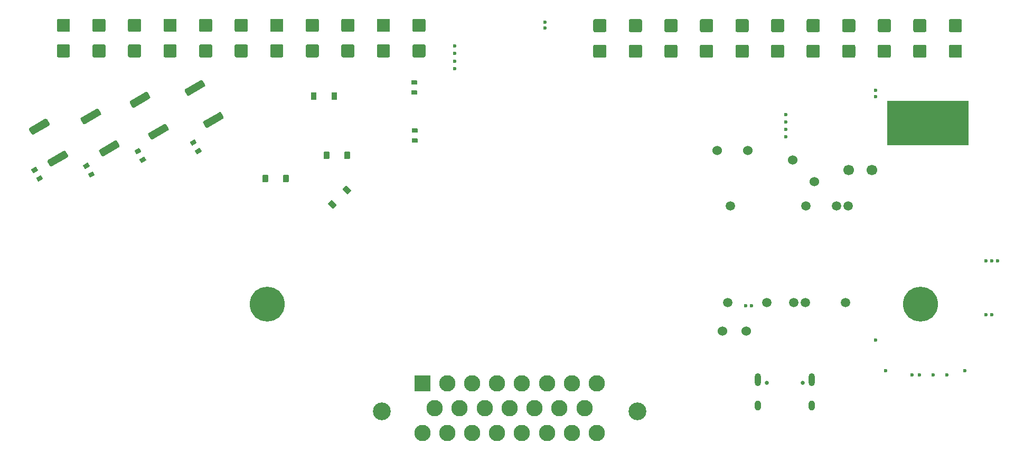
<source format=gbs>
G04 #@! TF.GenerationSoftware,KiCad,Pcbnew,7.0.9-7.0.9~ubuntu22.04.1*
G04 #@! TF.CreationDate,2023-12-31T06:03:24+00:00*
G04 #@! TF.ProjectId,uaeficopiedtovfr,75616566-6963-46f7-9069-6564746f7666,rev?*
G04 #@! TF.SameCoordinates,Original*
G04 #@! TF.FileFunction,Soldermask,Bot*
G04 #@! TF.FilePolarity,Negative*
%FSLAX46Y46*%
G04 Gerber Fmt 4.6, Leading zero omitted, Abs format (unit mm)*
G04 Created by KiCad (PCBNEW 7.0.9-7.0.9~ubuntu22.04.1) date 2023-12-31 06:03:24*
%MOMM*%
%LPD*%
G01*
G04 APERTURE LIST*
%ADD10C,0.120000*%
%ADD11C,1.524000*%
%ADD12C,5.600000*%
%ADD13C,0.600000*%
%ADD14C,0.599999*%
%ADD15C,1.500000*%
%ADD16C,2.850000*%
%ADD17R,2.625000X2.625000*%
%ADD18C,2.625000*%
%ADD19C,1.700000*%
%ADD20C,0.650000*%
%ADD21O,1.000000X2.100000*%
%ADD22O,1.000000X1.600000*%
G04 APERTURE END LIST*
G04 #@! TO.C,U2*
D10*
X153712500Y45175000D02*
X140712500Y45175000D01*
X140712500Y52175000D01*
X153712500Y52175000D01*
X153712500Y45175000D01*
G36*
X153712500Y45175000D02*
G01*
X140712500Y45175000D01*
X140712500Y52175000D01*
X153712500Y52175000D01*
X153712500Y45175000D01*
G37*
G04 #@! TD*
D11*
G04 #@! TO.C,R4*
X118105000Y15275000D03*
X114295000Y15275000D03*
G04 #@! TD*
D12*
G04 #@! TO.C,H2*
X41350000Y19550000D03*
G04 #@! TD*
D13*
G04 #@! TO.C,M2*
X156575002Y26550000D03*
X157525002Y26550000D03*
X158475000Y26550000D03*
X157475002Y17850000D03*
X156575002Y17850000D03*
G04 #@! TD*
G04 #@! TO.C,M3*
X71425000Y59750000D03*
X71425000Y60950000D03*
X71425000Y58550000D03*
X71425000Y57350000D03*
X85850000Y63810000D03*
X85850000Y64810000D03*
G04 #@! TD*
D14*
G04 #@! TO.C,M8*
X138924992Y13775010D03*
X140500006Y8870001D03*
X153204024Y8879064D03*
X144724996Y8200000D03*
X145900000Y8200000D03*
X148074994Y8200000D03*
X150299996Y8200000D03*
G04 #@! TD*
D15*
G04 #@! TO.C,M1*
X134024999Y19800005D03*
X127625002Y19800005D03*
X125724999Y19800005D03*
X121424999Y19800005D03*
D13*
X119025002Y19350006D03*
X118025001Y19350006D03*
D15*
X115174999Y19800005D03*
X134475001Y35300002D03*
X132625002Y35300002D03*
X127674999Y35300002D03*
X115625001Y35300002D03*
G04 #@! TD*
D16*
G04 #@! TO.C,J4*
X59700000Y2400000D03*
X100700000Y2400000D03*
D17*
X66200000Y6900000D03*
D18*
X70200000Y6900000D03*
X74200000Y6900000D03*
X78200000Y6900000D03*
X82200000Y6900000D03*
X86200000Y6900000D03*
X90200000Y6900000D03*
X94200000Y6900000D03*
X68200000Y2900000D03*
X72200000Y2900000D03*
X76200000Y2900000D03*
X80200000Y2900000D03*
X84200000Y2900000D03*
X88200000Y2900000D03*
X92200000Y2900000D03*
X66200000Y-1100000D03*
X70200000Y-1100000D03*
X74200000Y-1100000D03*
X78200000Y-1100000D03*
X82200000Y-1100000D03*
X86200000Y-1100000D03*
X90200000Y-1100000D03*
X94200000Y-1100000D03*
G04 #@! TD*
G04 #@! TO.C,U1*
G36*
G01*
X64625000Y59375001D02*
X64625000Y60974999D01*
G75*
G02*
X64875001Y61225000I250001J0D01*
G01*
X66474999Y61225000D01*
G75*
G02*
X66725000Y60974999I0J-250001D01*
G01*
X66725000Y59375001D01*
G75*
G02*
X66474999Y59125000I-250001J0D01*
G01*
X64875001Y59125000D01*
G75*
G02*
X64625000Y59375001I0J250001D01*
G01*
G37*
G36*
G01*
X58925000Y59375001D02*
X58925000Y60974999D01*
G75*
G02*
X59175001Y61225000I250001J0D01*
G01*
X60774999Y61225000D01*
G75*
G02*
X61025000Y60974999I0J-250001D01*
G01*
X61025000Y59375001D01*
G75*
G02*
X60774999Y59125000I-250001J0D01*
G01*
X59175001Y59125000D01*
G75*
G02*
X58925000Y59375001I0J250001D01*
G01*
G37*
G36*
G01*
X53225000Y59375001D02*
X53225000Y60974999D01*
G75*
G02*
X53475001Y61225000I250001J0D01*
G01*
X55074999Y61225000D01*
G75*
G02*
X55325000Y60974999I0J-250001D01*
G01*
X55325000Y59375001D01*
G75*
G02*
X55074999Y59125000I-250001J0D01*
G01*
X53475001Y59125000D01*
G75*
G02*
X53225000Y59375001I0J250001D01*
G01*
G37*
G36*
G01*
X47525000Y59375001D02*
X47525000Y60974999D01*
G75*
G02*
X47775001Y61225000I250001J0D01*
G01*
X49374999Y61225000D01*
G75*
G02*
X49625000Y60974999I0J-250001D01*
G01*
X49625000Y59375001D01*
G75*
G02*
X49374999Y59125000I-250001J0D01*
G01*
X47775001Y59125000D01*
G75*
G02*
X47525000Y59375001I0J250001D01*
G01*
G37*
G36*
G01*
X41825000Y59375001D02*
X41825000Y60974999D01*
G75*
G02*
X42075001Y61225000I250001J0D01*
G01*
X43674999Y61225000D01*
G75*
G02*
X43925000Y60974999I0J-250001D01*
G01*
X43925000Y59375001D01*
G75*
G02*
X43674999Y59125000I-250001J0D01*
G01*
X42075001Y59125000D01*
G75*
G02*
X41825000Y59375001I0J250001D01*
G01*
G37*
G36*
G01*
X36125000Y59375001D02*
X36125000Y60974999D01*
G75*
G02*
X36375001Y61225000I250001J0D01*
G01*
X37974999Y61225000D01*
G75*
G02*
X38225000Y60974999I0J-250001D01*
G01*
X38225000Y59375001D01*
G75*
G02*
X37974999Y59125000I-250001J0D01*
G01*
X36375001Y59125000D01*
G75*
G02*
X36125000Y59375001I0J250001D01*
G01*
G37*
G36*
G01*
X30425000Y59375001D02*
X30425000Y60974999D01*
G75*
G02*
X30675001Y61225000I250001J0D01*
G01*
X32274999Y61225000D01*
G75*
G02*
X32525000Y60974999I0J-250001D01*
G01*
X32525000Y59375001D01*
G75*
G02*
X32274999Y59125000I-250001J0D01*
G01*
X30675001Y59125000D01*
G75*
G02*
X30425000Y59375001I0J250001D01*
G01*
G37*
G36*
G01*
X24725000Y59375001D02*
X24725000Y60974999D01*
G75*
G02*
X24975001Y61225000I250001J0D01*
G01*
X26574999Y61225000D01*
G75*
G02*
X26825000Y60974999I0J-250001D01*
G01*
X26825000Y59375001D01*
G75*
G02*
X26574999Y59125000I-250001J0D01*
G01*
X24975001Y59125000D01*
G75*
G02*
X24725000Y59375001I0J250001D01*
G01*
G37*
G36*
G01*
X19025000Y59375001D02*
X19025000Y60974999D01*
G75*
G02*
X19275001Y61225000I250001J0D01*
G01*
X20874999Y61225000D01*
G75*
G02*
X21125000Y60974999I0J-250001D01*
G01*
X21125000Y59375001D01*
G75*
G02*
X20874999Y59125000I-250001J0D01*
G01*
X19275001Y59125000D01*
G75*
G02*
X19025000Y59375001I0J250001D01*
G01*
G37*
G36*
G01*
X13325000Y59375001D02*
X13325000Y60974999D01*
G75*
G02*
X13575001Y61225000I250001J0D01*
G01*
X15174999Y61225000D01*
G75*
G02*
X15425000Y60974999I0J-250001D01*
G01*
X15425000Y59375001D01*
G75*
G02*
X15174999Y59125000I-250001J0D01*
G01*
X13575001Y59125000D01*
G75*
G02*
X13325000Y59375001I0J250001D01*
G01*
G37*
G36*
G01*
X7625000Y59375001D02*
X7625000Y60974999D01*
G75*
G02*
X7875001Y61225000I250001J0D01*
G01*
X9474999Y61225000D01*
G75*
G02*
X9725000Y60974999I0J-250001D01*
G01*
X9725000Y59375001D01*
G75*
G02*
X9474999Y59125000I-250001J0D01*
G01*
X7875001Y59125000D01*
G75*
G02*
X7625000Y59375001I0J250001D01*
G01*
G37*
G36*
G01*
X64625000Y63475001D02*
X64625000Y65074999D01*
G75*
G02*
X64875001Y65325000I250001J0D01*
G01*
X66474999Y65325000D01*
G75*
G02*
X66725000Y65074999I0J-250001D01*
G01*
X66725000Y63475001D01*
G75*
G02*
X66474999Y63225000I-250001J0D01*
G01*
X64875001Y63225000D01*
G75*
G02*
X64625000Y63475001I0J250001D01*
G01*
G37*
G36*
G01*
X58925000Y63475001D02*
X58925000Y65074999D01*
G75*
G02*
X59175001Y65325000I250001J0D01*
G01*
X60774999Y65325000D01*
G75*
G02*
X61025000Y65074999I0J-250001D01*
G01*
X61025000Y63475001D01*
G75*
G02*
X60774999Y63225000I-250001J0D01*
G01*
X59175001Y63225000D01*
G75*
G02*
X58925000Y63475001I0J250001D01*
G01*
G37*
G36*
G01*
X53225000Y63475001D02*
X53225000Y65074999D01*
G75*
G02*
X53475001Y65325000I250001J0D01*
G01*
X55074999Y65325000D01*
G75*
G02*
X55325000Y65074999I0J-250001D01*
G01*
X55325000Y63475001D01*
G75*
G02*
X55074999Y63225000I-250001J0D01*
G01*
X53475001Y63225000D01*
G75*
G02*
X53225000Y63475001I0J250001D01*
G01*
G37*
G36*
G01*
X47525000Y63475001D02*
X47525000Y65074999D01*
G75*
G02*
X47775001Y65325000I250001J0D01*
G01*
X49374999Y65325000D01*
G75*
G02*
X49625000Y65074999I0J-250001D01*
G01*
X49625000Y63475001D01*
G75*
G02*
X49374999Y63225000I-250001J0D01*
G01*
X47775001Y63225000D01*
G75*
G02*
X47525000Y63475001I0J250001D01*
G01*
G37*
G36*
G01*
X41825000Y63475001D02*
X41825000Y65074999D01*
G75*
G02*
X42075001Y65325000I250001J0D01*
G01*
X43674999Y65325000D01*
G75*
G02*
X43925000Y65074999I0J-250001D01*
G01*
X43925000Y63475001D01*
G75*
G02*
X43674999Y63225000I-250001J0D01*
G01*
X42075001Y63225000D01*
G75*
G02*
X41825000Y63475001I0J250001D01*
G01*
G37*
G36*
G01*
X36125000Y63475001D02*
X36125000Y65074999D01*
G75*
G02*
X36375001Y65325000I250001J0D01*
G01*
X37974999Y65325000D01*
G75*
G02*
X38225000Y65074999I0J-250001D01*
G01*
X38225000Y63475001D01*
G75*
G02*
X37974999Y63225000I-250001J0D01*
G01*
X36375001Y63225000D01*
G75*
G02*
X36125000Y63475001I0J250001D01*
G01*
G37*
G36*
G01*
X30425000Y63475001D02*
X30425000Y65074999D01*
G75*
G02*
X30675001Y65325000I250001J0D01*
G01*
X32274999Y65325000D01*
G75*
G02*
X32525000Y65074999I0J-250001D01*
G01*
X32525000Y63475001D01*
G75*
G02*
X32274999Y63225000I-250001J0D01*
G01*
X30675001Y63225000D01*
G75*
G02*
X30425000Y63475001I0J250001D01*
G01*
G37*
G36*
G01*
X24725000Y63475001D02*
X24725000Y65074999D01*
G75*
G02*
X24975001Y65325000I250001J0D01*
G01*
X26574999Y65325000D01*
G75*
G02*
X26825000Y65074999I0J-250001D01*
G01*
X26825000Y63475001D01*
G75*
G02*
X26574999Y63225000I-250001J0D01*
G01*
X24975001Y63225000D01*
G75*
G02*
X24725000Y63475001I0J250001D01*
G01*
G37*
G36*
G01*
X19025000Y63475001D02*
X19025000Y65074999D01*
G75*
G02*
X19275001Y65325000I250001J0D01*
G01*
X20874999Y65325000D01*
G75*
G02*
X21125000Y65074999I0J-250001D01*
G01*
X21125000Y63475001D01*
G75*
G02*
X20874999Y63225000I-250001J0D01*
G01*
X19275001Y63225000D01*
G75*
G02*
X19025000Y63475001I0J250001D01*
G01*
G37*
G36*
G01*
X13325000Y63475001D02*
X13325000Y65074999D01*
G75*
G02*
X13575001Y65325000I250001J0D01*
G01*
X15174999Y65325000D01*
G75*
G02*
X15425000Y65074999I0J-250001D01*
G01*
X15425000Y63475001D01*
G75*
G02*
X15174999Y63225000I-250001J0D01*
G01*
X13575001Y63225000D01*
G75*
G02*
X13325000Y63475001I0J250001D01*
G01*
G37*
G36*
G01*
X7625000Y63475001D02*
X7625000Y65074999D01*
G75*
G02*
X7875001Y65325000I250001J0D01*
G01*
X9474999Y65325000D01*
G75*
G02*
X9725000Y65074999I0J-250001D01*
G01*
X9725000Y63475001D01*
G75*
G02*
X9474999Y63225000I-250001J0D01*
G01*
X7875001Y63225000D01*
G75*
G02*
X7625000Y63475001I0J250001D01*
G01*
G37*
G36*
G01*
X150625000Y59325001D02*
X150625000Y60924999D01*
G75*
G02*
X150875001Y61175000I250001J0D01*
G01*
X152474999Y61175000D01*
G75*
G02*
X152725000Y60924999I0J-250001D01*
G01*
X152725000Y59325001D01*
G75*
G02*
X152474999Y59075000I-250001J0D01*
G01*
X150875001Y59075000D01*
G75*
G02*
X150625000Y59325001I0J250001D01*
G01*
G37*
G36*
G01*
X144925000Y59325001D02*
X144925000Y60924999D01*
G75*
G02*
X145175001Y61175000I250001J0D01*
G01*
X146774999Y61175000D01*
G75*
G02*
X147025000Y60924999I0J-250001D01*
G01*
X147025000Y59325001D01*
G75*
G02*
X146774999Y59075000I-250001J0D01*
G01*
X145175001Y59075000D01*
G75*
G02*
X144925000Y59325001I0J250001D01*
G01*
G37*
G36*
G01*
X139225000Y59325001D02*
X139225000Y60924999D01*
G75*
G02*
X139475001Y61175000I250001J0D01*
G01*
X141074999Y61175000D01*
G75*
G02*
X141325000Y60924999I0J-250001D01*
G01*
X141325000Y59325001D01*
G75*
G02*
X141074999Y59075000I-250001J0D01*
G01*
X139475001Y59075000D01*
G75*
G02*
X139225000Y59325001I0J250001D01*
G01*
G37*
G36*
G01*
X133525000Y59325001D02*
X133525000Y60924999D01*
G75*
G02*
X133775001Y61175000I250001J0D01*
G01*
X135374999Y61175000D01*
G75*
G02*
X135625000Y60924999I0J-250001D01*
G01*
X135625000Y59325001D01*
G75*
G02*
X135374999Y59075000I-250001J0D01*
G01*
X133775001Y59075000D01*
G75*
G02*
X133525000Y59325001I0J250001D01*
G01*
G37*
G36*
G01*
X127825000Y59325001D02*
X127825000Y60924999D01*
G75*
G02*
X128075001Y61175000I250001J0D01*
G01*
X129674999Y61175000D01*
G75*
G02*
X129925000Y60924999I0J-250001D01*
G01*
X129925000Y59325001D01*
G75*
G02*
X129674999Y59075000I-250001J0D01*
G01*
X128075001Y59075000D01*
G75*
G02*
X127825000Y59325001I0J250001D01*
G01*
G37*
G36*
G01*
X122125000Y59325001D02*
X122125000Y60924999D01*
G75*
G02*
X122375001Y61175000I250001J0D01*
G01*
X123974999Y61175000D01*
G75*
G02*
X124225000Y60924999I0J-250001D01*
G01*
X124225000Y59325001D01*
G75*
G02*
X123974999Y59075000I-250001J0D01*
G01*
X122375001Y59075000D01*
G75*
G02*
X122125000Y59325001I0J250001D01*
G01*
G37*
G36*
G01*
X116425000Y59325001D02*
X116425000Y60924999D01*
G75*
G02*
X116675001Y61175000I250001J0D01*
G01*
X118274999Y61175000D01*
G75*
G02*
X118525000Y60924999I0J-250001D01*
G01*
X118525000Y59325001D01*
G75*
G02*
X118274999Y59075000I-250001J0D01*
G01*
X116675001Y59075000D01*
G75*
G02*
X116425000Y59325001I0J250001D01*
G01*
G37*
G36*
G01*
X110725000Y59325001D02*
X110725000Y60924999D01*
G75*
G02*
X110975001Y61175000I250001J0D01*
G01*
X112574999Y61175000D01*
G75*
G02*
X112825000Y60924999I0J-250001D01*
G01*
X112825000Y59325001D01*
G75*
G02*
X112574999Y59075000I-250001J0D01*
G01*
X110975001Y59075000D01*
G75*
G02*
X110725000Y59325001I0J250001D01*
G01*
G37*
G36*
G01*
X105025000Y59325001D02*
X105025000Y60924999D01*
G75*
G02*
X105275001Y61175000I250001J0D01*
G01*
X106874999Y61175000D01*
G75*
G02*
X107125000Y60924999I0J-250001D01*
G01*
X107125000Y59325001D01*
G75*
G02*
X106874999Y59075000I-250001J0D01*
G01*
X105275001Y59075000D01*
G75*
G02*
X105025000Y59325001I0J250001D01*
G01*
G37*
G36*
G01*
X99325000Y59325001D02*
X99325000Y60924999D01*
G75*
G02*
X99575001Y61175000I250001J0D01*
G01*
X101174999Y61175000D01*
G75*
G02*
X101425000Y60924999I0J-250001D01*
G01*
X101425000Y59325001D01*
G75*
G02*
X101174999Y59075000I-250001J0D01*
G01*
X99575001Y59075000D01*
G75*
G02*
X99325000Y59325001I0J250001D01*
G01*
G37*
G36*
G01*
X93625000Y59325001D02*
X93625000Y60924999D01*
G75*
G02*
X93875001Y61175000I250001J0D01*
G01*
X95474999Y61175000D01*
G75*
G02*
X95725000Y60924999I0J-250001D01*
G01*
X95725000Y59325001D01*
G75*
G02*
X95474999Y59075000I-250001J0D01*
G01*
X93875001Y59075000D01*
G75*
G02*
X93625000Y59325001I0J250001D01*
G01*
G37*
G36*
G01*
X150625000Y63425001D02*
X150625000Y65024999D01*
G75*
G02*
X150875001Y65275000I250001J0D01*
G01*
X152474999Y65275000D01*
G75*
G02*
X152725000Y65024999I0J-250001D01*
G01*
X152725000Y63425001D01*
G75*
G02*
X152474999Y63175000I-250001J0D01*
G01*
X150875001Y63175000D01*
G75*
G02*
X150625000Y63425001I0J250001D01*
G01*
G37*
G36*
G01*
X144925000Y63425001D02*
X144925000Y65024999D01*
G75*
G02*
X145175001Y65275000I250001J0D01*
G01*
X146774999Y65275000D01*
G75*
G02*
X147025000Y65024999I0J-250001D01*
G01*
X147025000Y63425001D01*
G75*
G02*
X146774999Y63175000I-250001J0D01*
G01*
X145175001Y63175000D01*
G75*
G02*
X144925000Y63425001I0J250001D01*
G01*
G37*
G36*
G01*
X139225000Y63425001D02*
X139225000Y65024999D01*
G75*
G02*
X139475001Y65275000I250001J0D01*
G01*
X141074999Y65275000D01*
G75*
G02*
X141325000Y65024999I0J-250001D01*
G01*
X141325000Y63425001D01*
G75*
G02*
X141074999Y63175000I-250001J0D01*
G01*
X139475001Y63175000D01*
G75*
G02*
X139225000Y63425001I0J250001D01*
G01*
G37*
G36*
G01*
X133525000Y63425001D02*
X133525000Y65024999D01*
G75*
G02*
X133775001Y65275000I250001J0D01*
G01*
X135374999Y65275000D01*
G75*
G02*
X135625000Y65024999I0J-250001D01*
G01*
X135625000Y63425001D01*
G75*
G02*
X135374999Y63175000I-250001J0D01*
G01*
X133775001Y63175000D01*
G75*
G02*
X133525000Y63425001I0J250001D01*
G01*
G37*
G36*
G01*
X127825000Y63425001D02*
X127825000Y65024999D01*
G75*
G02*
X128075001Y65275000I250001J0D01*
G01*
X129674999Y65275000D01*
G75*
G02*
X129925000Y65024999I0J-250001D01*
G01*
X129925000Y63425001D01*
G75*
G02*
X129674999Y63175000I-250001J0D01*
G01*
X128075001Y63175000D01*
G75*
G02*
X127825000Y63425001I0J250001D01*
G01*
G37*
G36*
G01*
X122125000Y63425001D02*
X122125000Y65024999D01*
G75*
G02*
X122375001Y65275000I250001J0D01*
G01*
X123974999Y65275000D01*
G75*
G02*
X124225000Y65024999I0J-250001D01*
G01*
X124225000Y63425001D01*
G75*
G02*
X123974999Y63175000I-250001J0D01*
G01*
X122375001Y63175000D01*
G75*
G02*
X122125000Y63425001I0J250001D01*
G01*
G37*
G36*
G01*
X116425000Y63425001D02*
X116425000Y65024999D01*
G75*
G02*
X116675001Y65275000I250001J0D01*
G01*
X118274999Y65275000D01*
G75*
G02*
X118525000Y65024999I0J-250001D01*
G01*
X118525000Y63425001D01*
G75*
G02*
X118274999Y63175000I-250001J0D01*
G01*
X116675001Y63175000D01*
G75*
G02*
X116425000Y63425001I0J250001D01*
G01*
G37*
G36*
G01*
X110725000Y63425001D02*
X110725000Y65024999D01*
G75*
G02*
X110975001Y65275000I250001J0D01*
G01*
X112574999Y65275000D01*
G75*
G02*
X112825000Y65024999I0J-250001D01*
G01*
X112825000Y63425001D01*
G75*
G02*
X112574999Y63175000I-250001J0D01*
G01*
X110975001Y63175000D01*
G75*
G02*
X110725000Y63425001I0J250001D01*
G01*
G37*
G36*
G01*
X105025000Y63425001D02*
X105025000Y65024999D01*
G75*
G02*
X105275001Y65275000I250001J0D01*
G01*
X106874999Y65275000D01*
G75*
G02*
X107125000Y65024999I0J-250001D01*
G01*
X107125000Y63425001D01*
G75*
G02*
X106874999Y63175000I-250001J0D01*
G01*
X105275001Y63175000D01*
G75*
G02*
X105025000Y63425001I0J250001D01*
G01*
G37*
G36*
G01*
X99325000Y63425001D02*
X99325000Y65024999D01*
G75*
G02*
X99575001Y65275000I250001J0D01*
G01*
X101174999Y65275000D01*
G75*
G02*
X101425000Y65024999I0J-250001D01*
G01*
X101425000Y63425001D01*
G75*
G02*
X101174999Y63175000I-250001J0D01*
G01*
X99575001Y63175000D01*
G75*
G02*
X99325000Y63425001I0J250001D01*
G01*
G37*
G36*
G01*
X93625000Y63425001D02*
X93625000Y65024999D01*
G75*
G02*
X93875001Y65275000I250001J0D01*
G01*
X95474999Y65275000D01*
G75*
G02*
X95725000Y65024999I0J-250001D01*
G01*
X95725000Y63425001D01*
G75*
G02*
X95474999Y63175000I-250001J0D01*
G01*
X93875001Y63175000D01*
G75*
G02*
X93625000Y63425001I0J250001D01*
G01*
G37*
G04 #@! TD*
D13*
G04 #@! TO.C,M4*
X124475000Y48800000D03*
X124475000Y50000000D03*
X124475000Y47600000D03*
X124475000Y46400000D03*
X138900000Y52860000D03*
X138900000Y53860000D03*
G04 #@! TD*
D19*
G04 #@! TO.C,P3*
X134550000Y41075000D03*
G04 #@! TD*
D20*
G04 #@! TO.C,J9*
X121460000Y6955000D03*
X127240000Y6955000D03*
D21*
X120030000Y7455000D03*
D22*
X120030000Y3275000D03*
D21*
X128670000Y7455000D03*
D22*
X128670000Y3275000D03*
G04 #@! TD*
D12*
G04 #@! TO.C,H1*
X146050000Y19550000D03*
G04 #@! TD*
D19*
G04 #@! TO.C,P4*
X138330000Y41075000D03*
G04 #@! TD*
D11*
G04 #@! TO.C,F2*
X113500000Y44175000D03*
X118400000Y44175000D03*
G04 #@! TD*
G04 #@! TO.C,F1*
X125567588Y42707412D03*
X129032412Y39242588D03*
G04 #@! TD*
G04 #@! TO.C,R14*
G36*
G01*
X25446586Y47392646D02*
X22978414Y45967646D01*
G75*
G02*
X22636908Y46059152I-125000J216506D01*
G01*
X22274408Y46687020D01*
G75*
G02*
X22365914Y47028526I216506J125000D01*
G01*
X24834086Y48453526D01*
G75*
G02*
X25175592Y48362020I125000J-216506D01*
G01*
X25538092Y47734152D01*
G75*
G02*
X25446586Y47392646I-216506J-125000D01*
G01*
G37*
G36*
G01*
X22484086Y52523846D02*
X20015914Y51098846D01*
G75*
G02*
X19674408Y51190352I-125000J216506D01*
G01*
X19311908Y51818220D01*
G75*
G02*
X19403414Y52159726I216506J125000D01*
G01*
X21871586Y53584726D01*
G75*
G02*
X22213092Y53493220I125000J-216506D01*
G01*
X22575592Y52865352D01*
G75*
G02*
X22484086Y52523846I-216506J-125000D01*
G01*
G37*
G04 #@! TD*
G04 #@! TO.C,R12*
G36*
G01*
X34254775Y49279553D02*
X31786603Y47854553D01*
G75*
G02*
X31445097Y47946059I-125000J216506D01*
G01*
X31082597Y48573927D01*
G75*
G02*
X31174103Y48915433I216506J125000D01*
G01*
X33642275Y50340433D01*
G75*
G02*
X33983781Y50248927I125000J-216506D01*
G01*
X34346281Y49621059D01*
G75*
G02*
X34254775Y49279553I-216506J-125000D01*
G01*
G37*
G36*
G01*
X31292275Y54410753D02*
X28824103Y52985753D01*
G75*
G02*
X28482597Y53077259I-125000J216506D01*
G01*
X28120097Y53705127D01*
G75*
G02*
X28211603Y54046633I216506J125000D01*
G01*
X30679775Y55471633D01*
G75*
G02*
X31021281Y55380127I125000J-216506D01*
G01*
X31383781Y54752259D01*
G75*
G02*
X31292275Y54410753I-216506J-125000D01*
G01*
G37*
G04 #@! TD*
G04 #@! TO.C,R15*
G36*
G01*
X13662750Y40249071D02*
X12987250Y39859071D01*
G75*
G02*
X12891628Y39884693I-35000J60622D01*
G01*
X12611628Y40369667D01*
G75*
G02*
X12637250Y40465289I60622J35000D01*
G01*
X13312750Y40855289D01*
G75*
G02*
X13408372Y40829667I35000J-60622D01*
G01*
X13688372Y40344693D01*
G75*
G02*
X13662750Y40249071I-60622J-35000D01*
G01*
G37*
G36*
G01*
X12862750Y41634711D02*
X12187250Y41244711D01*
G75*
G02*
X12091628Y41270333I-35000J60622D01*
G01*
X11811628Y41755307D01*
G75*
G02*
X11837250Y41850929I60622J35000D01*
G01*
X12512750Y42240929D01*
G75*
G02*
X12608372Y42215307I35000J-60622D01*
G01*
X12888372Y41730333D01*
G75*
G02*
X12862750Y41634711I-60622J-35000D01*
G01*
G37*
G04 #@! TD*
G04 #@! TO.C,D2*
G36*
G01*
X52545000Y53435000D02*
X52545000Y52415000D01*
G75*
G02*
X52455000Y52325000I-90000J0D01*
G01*
X51735000Y52325000D01*
G75*
G02*
X51645000Y52415000I0J90000D01*
G01*
X51645000Y53435000D01*
G75*
G02*
X51735000Y53525000I90000J0D01*
G01*
X52455000Y53525000D01*
G75*
G02*
X52545000Y53435000I0J-90000D01*
G01*
G37*
G36*
G01*
X49245000Y53435000D02*
X49245000Y52415000D01*
G75*
G02*
X49155000Y52325000I-90000J0D01*
G01*
X48435000Y52325000D01*
G75*
G02*
X48345000Y52415000I0J90000D01*
G01*
X48345000Y53435000D01*
G75*
G02*
X48435000Y53525000I90000J0D01*
G01*
X49155000Y53525000D01*
G75*
G02*
X49245000Y53435000I0J-90000D01*
G01*
G37*
G04 #@! TD*
G04 #@! TO.C,D5*
G36*
G01*
X54062168Y38558417D02*
X54783417Y37837168D01*
G75*
G02*
X54783417Y37709888I-63640J-63640D01*
G01*
X54274300Y37200771D01*
G75*
G02*
X54147020Y37200771I-63640J63640D01*
G01*
X53425771Y37922020D01*
G75*
G02*
X53425771Y38049300I63640J63640D01*
G01*
X53934888Y38558417D01*
G75*
G02*
X54062168Y38558417I63640J-63640D01*
G01*
G37*
G36*
G01*
X51728716Y36224965D02*
X52449965Y35503716D01*
G75*
G02*
X52449965Y35376436I-63640J-63640D01*
G01*
X51940848Y34867319D01*
G75*
G02*
X51813568Y34867319I-63640J63640D01*
G01*
X51092319Y35588568D01*
G75*
G02*
X51092319Y35715848I63640J63640D01*
G01*
X51601436Y36224965D01*
G75*
G02*
X51728716Y36224965I63640J-63640D01*
G01*
G37*
G04 #@! TD*
G04 #@! TO.C,R30*
G36*
G01*
X65290000Y53150000D02*
X64510000Y53150000D01*
G75*
G02*
X64440000Y53220000I0J70000D01*
G01*
X64440000Y53780000D01*
G75*
G02*
X64510000Y53850000I70000J0D01*
G01*
X65290000Y53850000D01*
G75*
G02*
X65360000Y53780000I0J-70000D01*
G01*
X65360000Y53220000D01*
G75*
G02*
X65290000Y53150000I-70000J0D01*
G01*
G37*
G36*
G01*
X65290000Y54750000D02*
X64510000Y54750000D01*
G75*
G02*
X64440000Y54820000I0J70000D01*
G01*
X64440000Y55380000D01*
G75*
G02*
X64510000Y55450000I70000J0D01*
G01*
X65290000Y55450000D01*
G75*
G02*
X65360000Y55380000I0J-70000D01*
G01*
X65360000Y54820000D01*
G75*
G02*
X65290000Y54750000I-70000J0D01*
G01*
G37*
G04 #@! TD*
G04 #@! TO.C,R9*
G36*
G01*
X30812750Y43999071D02*
X30137250Y43609071D01*
G75*
G02*
X30041628Y43634693I-35000J60622D01*
G01*
X29761628Y44119667D01*
G75*
G02*
X29787250Y44215289I60622J35000D01*
G01*
X30462750Y44605289D01*
G75*
G02*
X30558372Y44579667I35000J-60622D01*
G01*
X30838372Y44094693D01*
G75*
G02*
X30812750Y43999071I-60622J-35000D01*
G01*
G37*
G36*
G01*
X30012750Y45384711D02*
X29337250Y44994711D01*
G75*
G02*
X29241628Y45020333I-35000J60622D01*
G01*
X28961628Y45505307D01*
G75*
G02*
X28987250Y45600929I60622J35000D01*
G01*
X29662750Y45990929D01*
G75*
G02*
X29758372Y45965307I35000J-60622D01*
G01*
X30038372Y45480333D01*
G75*
G02*
X30012750Y45384711I-60622J-35000D01*
G01*
G37*
G04 #@! TD*
G04 #@! TO.C,R18*
G36*
G01*
X17571586Y44716460D02*
X15103414Y43291460D01*
G75*
G02*
X14761908Y43382966I-125000J216506D01*
G01*
X14399408Y44010834D01*
G75*
G02*
X14490914Y44352340I216506J125000D01*
G01*
X16959086Y45777340D01*
G75*
G02*
X17300592Y45685834I125000J-216506D01*
G01*
X17663092Y45057966D01*
G75*
G02*
X17571586Y44716460I-216506J-125000D01*
G01*
G37*
G36*
G01*
X14609086Y49847660D02*
X12140914Y48422660D01*
G75*
G02*
X11799408Y48514166I-125000J216506D01*
G01*
X11436908Y49142034D01*
G75*
G02*
X11528414Y49483540I216506J125000D01*
G01*
X13996586Y50908540D01*
G75*
G02*
X14338092Y50817034I125000J-216506D01*
G01*
X14700592Y50189166D01*
G75*
G02*
X14609086Y49847660I-216506J-125000D01*
G01*
G37*
G04 #@! TD*
G04 #@! TO.C,R29*
G36*
G01*
X65390000Y45450000D02*
X64610000Y45450000D01*
G75*
G02*
X64540000Y45520000I0J70000D01*
G01*
X64540000Y46080000D01*
G75*
G02*
X64610000Y46150000I70000J0D01*
G01*
X65390000Y46150000D01*
G75*
G02*
X65460000Y46080000I0J-70000D01*
G01*
X65460000Y45520000D01*
G75*
G02*
X65390000Y45450000I-70000J0D01*
G01*
G37*
G36*
G01*
X65390000Y47050000D02*
X64610000Y47050000D01*
G75*
G02*
X64540000Y47120000I0J70000D01*
G01*
X64540000Y47680000D01*
G75*
G02*
X64610000Y47750000I70000J0D01*
G01*
X65390000Y47750000D01*
G75*
G02*
X65460000Y47680000I0J-70000D01*
G01*
X65460000Y47120000D01*
G75*
G02*
X65390000Y47050000I-70000J0D01*
G01*
G37*
G04 #@! TD*
G04 #@! TO.C,D3*
G36*
G01*
X54600000Y43935000D02*
X54600000Y42915000D01*
G75*
G02*
X54510000Y42825000I-90000J0D01*
G01*
X53790000Y42825000D01*
G75*
G02*
X53700000Y42915000I0J90000D01*
G01*
X53700000Y43935000D01*
G75*
G02*
X53790000Y44025000I90000J0D01*
G01*
X54510000Y44025000D01*
G75*
G02*
X54600000Y43935000I0J-90000D01*
G01*
G37*
G36*
G01*
X51300000Y43935000D02*
X51300000Y42915000D01*
G75*
G02*
X51210000Y42825000I-90000J0D01*
G01*
X50490000Y42825000D01*
G75*
G02*
X50400000Y42915000I0J90000D01*
G01*
X50400000Y43935000D01*
G75*
G02*
X50490000Y44025000I90000J0D01*
G01*
X51210000Y44025000D01*
G75*
G02*
X51300000Y43935000I0J-90000D01*
G01*
G37*
G04 #@! TD*
G04 #@! TO.C,D4*
G36*
G01*
X44795000Y40210000D02*
X44795000Y39190000D01*
G75*
G02*
X44705000Y39100000I-90000J0D01*
G01*
X43985000Y39100000D01*
G75*
G02*
X43895000Y39190000I0J90000D01*
G01*
X43895000Y40210000D01*
G75*
G02*
X43985000Y40300000I90000J0D01*
G01*
X44705000Y40300000D01*
G75*
G02*
X44795000Y40210000I0J-90000D01*
G01*
G37*
G36*
G01*
X41495000Y40210000D02*
X41495000Y39190000D01*
G75*
G02*
X41405000Y39100000I-90000J0D01*
G01*
X40685000Y39100000D01*
G75*
G02*
X40595000Y39190000I0J90000D01*
G01*
X40595000Y40210000D01*
G75*
G02*
X40685000Y40300000I90000J0D01*
G01*
X41405000Y40300000D01*
G75*
G02*
X41495000Y40210000I0J-90000D01*
G01*
G37*
G04 #@! TD*
G04 #@! TO.C,R10*
G36*
G01*
X5362750Y39599071D02*
X4687250Y39209071D01*
G75*
G02*
X4591628Y39234693I-35000J60622D01*
G01*
X4311628Y39719667D01*
G75*
G02*
X4337250Y39815289I60622J35000D01*
G01*
X5012750Y40205289D01*
G75*
G02*
X5108372Y40179667I35000J-60622D01*
G01*
X5388372Y39694693D01*
G75*
G02*
X5362750Y39599071I-60622J-35000D01*
G01*
G37*
G36*
G01*
X4562750Y40984711D02*
X3887250Y40594711D01*
G75*
G02*
X3791628Y40620333I-35000J60622D01*
G01*
X3511628Y41105307D01*
G75*
G02*
X3537250Y41200929I60622J35000D01*
G01*
X4212750Y41590929D01*
G75*
G02*
X4308372Y41565307I35000J-60622D01*
G01*
X4588372Y41080333D01*
G75*
G02*
X4562750Y40984711I-60622J-35000D01*
G01*
G37*
G04 #@! TD*
G04 #@! TO.C,R13*
G36*
G01*
X9313397Y43079553D02*
X6845225Y41654553D01*
G75*
G02*
X6503719Y41746059I-125000J216506D01*
G01*
X6141219Y42373927D01*
G75*
G02*
X6232725Y42715433I216506J125000D01*
G01*
X8700897Y44140433D01*
G75*
G02*
X9042403Y44048927I125000J-216506D01*
G01*
X9404903Y43421059D01*
G75*
G02*
X9313397Y43079553I-216506J-125000D01*
G01*
G37*
G36*
G01*
X6350897Y48210753D02*
X3882725Y46785753D01*
G75*
G02*
X3541219Y46877259I-125000J216506D01*
G01*
X3178719Y47505127D01*
G75*
G02*
X3270225Y47846633I216506J125000D01*
G01*
X5738397Y49271633D01*
G75*
G02*
X6079903Y49180127I125000J-216506D01*
G01*
X6442403Y48552259D01*
G75*
G02*
X6350897Y48210753I-216506J-125000D01*
G01*
G37*
G04 #@! TD*
G04 #@! TO.C,R11*
G36*
G01*
X21912750Y42599071D02*
X21237250Y42209071D01*
G75*
G02*
X21141628Y42234693I-35000J60622D01*
G01*
X20861628Y42719667D01*
G75*
G02*
X20887250Y42815289I60622J35000D01*
G01*
X21562750Y43205289D01*
G75*
G02*
X21658372Y43179667I35000J-60622D01*
G01*
X21938372Y42694693D01*
G75*
G02*
X21912750Y42599071I-60622J-35000D01*
G01*
G37*
G36*
G01*
X21112750Y43984711D02*
X20437250Y43594711D01*
G75*
G02*
X20341628Y43620333I-35000J60622D01*
G01*
X20061628Y44105307D01*
G75*
G02*
X20087250Y44200929I60622J35000D01*
G01*
X20762750Y44590929D01*
G75*
G02*
X20858372Y44565307I35000J-60622D01*
G01*
X21138372Y44080333D01*
G75*
G02*
X21112750Y43984711I-60622J-35000D01*
G01*
G37*
G04 #@! TD*
M02*

</source>
